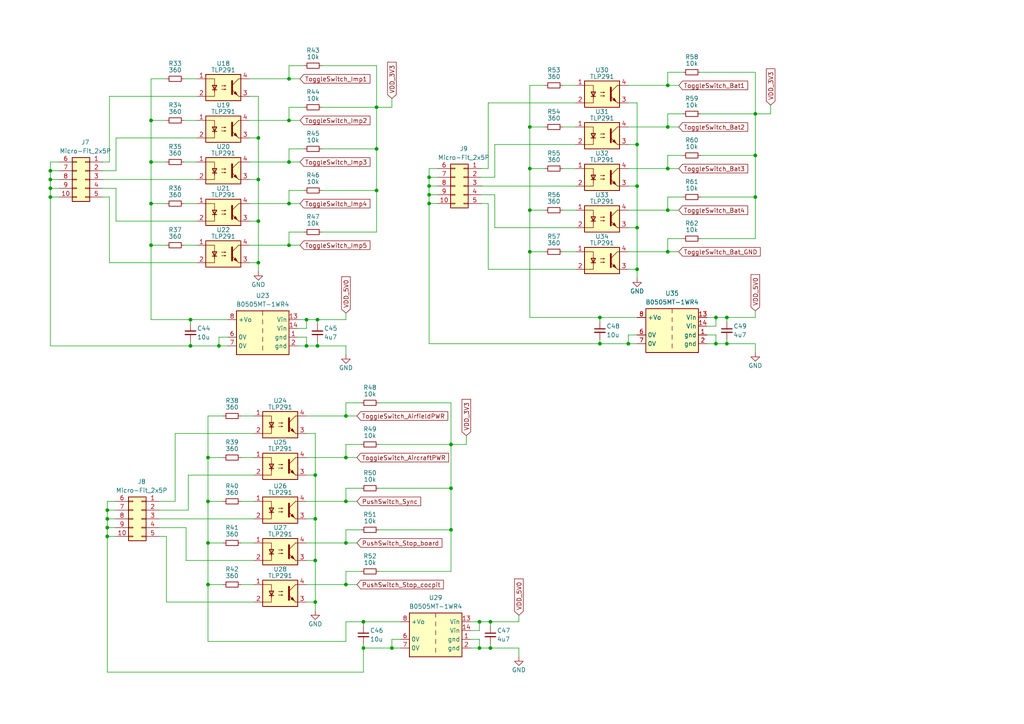
<source format=kicad_sch>
(kicad_sch (version 20231120) (generator "eeschema") (generator_version "8.0")
  (paper "A4")
  (junction (at 43.815 71.12))
  (junction (at 153.67 60.96))
  (junction (at 142.24 187.96))
  (junction (at 14.605 54.61))
  (junction (at 207.645 99.695))
  (junction (at 60.325 145.415))
  (junction (at 43.815 46.99))
  (junction (at 14.605 49.53))
  (junction (at 74.93 76.2))
  (junction (at 139.065 187.96))
  (junction (at 74.93 64.135))
  (junction (at 88.9 92.71))
  (junction (at 210.82 99.695))
  (junction (at 124.46 53.9496))
  (junction (at 31.115 147.955))
  (junction (at 43.815 59.055))
  (junction (at 182.245 99.695))
  (junction (at 193.675 60.96))
  (junction (at 100.33 169.545))
  (junction (at 193.675 48.895))
  (junction (at 63.5 100.33))
  (junction (at 142.24 180.34))
  (junction (at 184.785 66.04))
  (junction (at 91.44 162.56))
  (junction (at 91.44 150.495))
  (junction (at 124.46 56.4896))
  (junction (at 14.605 52.07))
  (junction (at 153.67 36.83))
  (junction (at 100.33 132.715))
  (junction (at 100.33 145.415))
  (junction (at 130.81 141.605))
  (junction (at 14.605 57.15))
  (junction (at 109.22 55.245))
  (junction (at 193.675 73.025))
  (junction (at 31.115 155.575))
  (junction (at 55.245 100.33))
  (junction (at 31.115 153.035))
  (junction (at 83.82 22.86))
  (junction (at 74.93 52.07))
  (junction (at 173.99 99.695))
  (junction (at 139.065 180.34))
  (junction (at 130.81 153.67))
  (junction (at 31.115 150.495))
  (junction (at 184.785 53.975))
  (junction (at 184.785 78.105))
  (junction (at 83.82 46.99))
  (junction (at 173.99 92.075))
  (junction (at 83.82 59.055))
  (junction (at 130.81 128.905))
  (junction (at 60.325 169.545))
  (junction (at 219.075 57.15))
  (junction (at 193.675 24.765))
  (junction (at 219.075 33.02))
  (junction (at 88.9 100.33))
  (junction (at 74.93 40.005))
  (junction (at 210.82 92.075))
  (junction (at 113.665 187.96))
  (junction (at 219.075 45.085))
  (junction (at 100.33 120.65))
  (junction (at 193.675 36.83))
  (junction (at 92.075 92.71))
  (junction (at 124.46 59.0296))
  (junction (at 109.22 31.115))
  (junction (at 184.785 41.91))
  (junction (at 153.67 73.025))
  (junction (at 60.325 157.48))
  (junction (at 153.67 48.895))
  (junction (at 83.82 34.925))
  (junction (at 91.44 174.625))
  (junction (at 43.815 34.925))
  (junction (at 60.325 132.715))
  (junction (at 109.22 43.18))
  (junction (at 105.41 180.34))
  (junction (at 83.82 71.12))
  (junction (at 105.41 187.96))
  (junction (at 55.245 92.71))
  (junction (at 92.075 100.33))
  (junction (at 100.33 157.48))
  (junction (at 207.645 92.075))
  (junction (at 91.44 137.795))
  (junction (at 124.46 51.4096))
  (wire (pts (xy 31.115 155.575) (xy 33.4772 155.575)))
  (wire (pts (xy 88.9 169.545) (xy 100.33 169.545)))
  (wire (pts (xy 113.665 187.96) (xy 116.205 187.96)))
  (wire (pts (xy 100.33 132.715) (xy 103.505 132.715)))
  (wire (pts (xy 109.22 31.115) (xy 109.22 43.18)))
  (wire (pts (xy 100.33 153.67) (xy 100.33 157.48)))
  (wire (pts (xy 193.675 57.15) (xy 193.675 60.96)))
  (wire (pts (xy 184.785 66.04) (xy 184.785 78.105)))
  (wire (pts (xy 143.51 56.4896) (xy 143.51 66.04)))
  (wire (pts (xy 141.605 29.845) (xy 167.005 29.845)))
  (wire (pts (xy 88.9 174.625) (xy 91.44 174.625)))
  (wire (pts (xy 31.75 27.94) (xy 57.15 27.94)))
  (wire (pts (xy 163.195 48.895) (xy 167.005 48.895)))
  (wire (pts (xy 53.975 153.035) (xy 53.975 162.56)))
  (wire (pts (xy 92.075 99.06) (xy 92.075 100.33)))
  (wire (pts (xy 74.93 64.135) (xy 74.93 76.2)))
  (wire (pts (xy 100.33 180.34) (xy 105.41 180.34)))
  (wire (pts (xy 43.815 46.99) (xy 43.815 59.055)))
  (wire (pts (xy 31.115 145.415) (xy 31.115 147.955)))
  (wire (pts (xy 173.99 92.075) (xy 184.785 92.075)))
  (wire (pts (xy 205.105 94.615) (xy 207.645 94.615)))
  (wire (pts (xy 92.075 92.71) (xy 92.075 93.98)))
  (wire (pts (xy 55.245 100.33) (xy 63.5 100.33)))
  (wire (pts (xy 223.52 30.48) (xy 223.52 33.02)))
  (wire (pts (xy 124.46 51.4096) (xy 124.46 53.9496)))
  (wire (pts (xy 207.645 92.075) (xy 210.82 92.075)))
  (wire (pts (xy 53.34 59.055) (xy 57.15 59.055)))
  (wire (pts (xy 139.5984 51.4096) (xy 143.51 51.4096)))
  (wire (pts (xy 109.855 165.735) (xy 130.81 165.735)))
  (wire (pts (xy 88.265 43.18) (xy 83.82 43.18)))
  (wire (pts (xy 14.605 100.33) (xy 55.245 100.33)))
  (wire (pts (xy 124.46 56.4896) (xy 126.8984 56.4896)))
  (wire (pts (xy 48.26 155.575) (xy 48.26 174.625)))
  (wire (pts (xy 50.8 125.73) (xy 50.8 145.415)))
  (wire (pts (xy 88.9 145.415) (xy 100.33 145.415)))
  (wire (pts (xy 91.44 150.495) (xy 91.44 162.56)))
  (wire (pts (xy 153.67 48.895) (xy 153.67 60.96)))
  (wire (pts (xy 72.39 76.2) (xy 74.93 76.2)))
  (wire (pts (xy 130.81 141.605) (xy 130.81 153.67)))
  (wire (pts (xy 74.93 52.07) (xy 74.93 64.135)))
  (wire (pts (xy 210.82 92.075) (xy 219.075 92.075)))
  (wire (pts (xy 14.605 54.61) (xy 14.605 57.15)))
  (wire (pts (xy 43.815 34.925) (xy 43.815 46.99)))
  (wire (pts (xy 153.67 48.895) (xy 158.115 48.895)))
  (wire (pts (xy 207.645 97.155) (xy 207.645 99.695)))
  (wire (pts (xy 69.85 132.715) (xy 73.66 132.715)))
  (wire (pts (xy 33.655 64.135) (xy 57.15 64.135)))
  (wire (pts (xy 31.115 150.495) (xy 31.115 153.035)))
  (wire (pts (xy 100.33 145.415) (xy 103.505 145.415)))
  (wire (pts (xy 109.855 128.905) (xy 130.81 128.905)))
  (wire (pts (xy 55.245 92.71) (xy 55.245 93.98)))
  (wire (pts (xy 63.5 97.79) (xy 63.5 100.33)))
  (wire (pts (xy 31.115 194.945) (xy 105.41 194.945)))
  (wire (pts (xy 93.345 43.18) (xy 109.22 43.18)))
  (wire (pts (xy 93.345 31.115) (xy 109.22 31.115)))
  (wire (pts (xy 53.34 71.12) (xy 57.15 71.12)))
  (wire (pts (xy 163.195 73.025) (xy 167.005 73.025)))
  (wire (pts (xy 60.325 157.48) (xy 64.77 157.48)))
  (wire (pts (xy 193.675 20.955) (xy 193.675 24.765)))
  (wire (pts (xy 184.785 97.155) (xy 182.245 97.155)))
  (wire (pts (xy 139.5984 56.4896) (xy 143.51 56.4896)))
  (wire (pts (xy 193.675 48.895) (xy 196.85 48.895)))
  (wire (pts (xy 109.22 55.245) (xy 109.22 67.31)))
  (wire (pts (xy 105.41 187.96) (xy 105.41 194.945)))
  (wire (pts (xy 72.39 46.99) (xy 83.82 46.99)))
  (wire (pts (xy 153.67 24.765) (xy 153.67 36.83)))
  (wire (pts (xy 88.265 55.245) (xy 83.82 55.245)))
  (wire (pts (xy 83.82 31.115) (xy 83.82 34.925)))
  (wire (pts (xy 43.815 71.12) (xy 43.815 92.71)))
  (wire (pts (xy 135.255 128.905) (xy 130.81 128.905)))
  (wire (pts (xy 219.075 99.695) (xy 219.075 102.235)))
  (wire (pts (xy 136.525 182.88) (xy 139.065 182.88)))
  (wire (pts (xy 109.22 19.05) (xy 109.22 31.115)))
  (wire (pts (xy 219.075 45.085) (xy 219.075 57.15)))
  (wire (pts (xy 124.46 59.0296) (xy 124.46 99.695)))
  (wire (pts (xy 153.67 60.96) (xy 153.67 73.025)))
  (wire (pts (xy 88.9 137.795) (xy 91.44 137.795)))
  (wire (pts (xy 88.9 157.48) (xy 100.33 157.48)))
  (wire (pts (xy 139.5984 53.9496) (xy 139.7762 53.9496)))
  (wire (pts (xy 207.645 94.615) (xy 207.645 92.075)))
  (wire (pts (xy 182.245 97.155) (xy 182.245 99.695)))
  (wire (pts (xy 124.46 48.8696) (xy 124.46 51.4096)))
  (wire (pts (xy 31.75 76.2) (xy 57.15 76.2)))
  (wire (pts (xy 83.82 71.12) (xy 86.995 71.12)))
  (wire (pts (xy 105.41 186.69) (xy 105.41 187.96)))
  (wire (pts (xy 193.675 33.02) (xy 193.675 36.83)))
  (wire (pts (xy 203.2 69.215) (xy 219.075 69.215)))
  (wire (pts (xy 46.1772 155.575) (xy 48.26 155.575)))
  (wire (pts (xy 203.2 33.02) (xy 219.075 33.02)))
  (wire (pts (xy 153.67 36.83) (xy 158.115 36.83)))
  (wire (pts (xy 31.115 147.955) (xy 31.115 150.495)))
  (wire (pts (xy 14.605 52.07) (xy 17.145 52.07)))
  (wire (pts (xy 139.5984 59.0296) (xy 141.605 59.0296)))
  (wire (pts (xy 72.39 40.005) (xy 74.93 40.005)))
  (wire (pts (xy 83.82 34.925) (xy 86.995 34.925)))
  (wire (pts (xy 130.81 116.84) (xy 130.81 128.905)))
  (wire (pts (xy 163.195 24.765) (xy 167.005 24.765)))
  (wire (pts (xy 173.99 98.425) (xy 173.99 99.695)))
  (wire (pts (xy 109.22 43.18) (xy 109.22 55.245)))
  (wire (pts (xy 88.9 95.25) (xy 88.9 92.71)))
  (wire (pts (xy 182.245 78.105) (xy 184.785 78.105)))
  (wire (pts (xy 193.675 69.215) (xy 193.675 73.025)))
  (wire (pts (xy 43.815 59.055) (xy 43.815 71.12)))
  (wire (pts (xy 29.845 57.15) (xy 31.75 57.15)))
  (wire (pts (xy 139.065 182.88) (xy 139.065 180.34)))
  (wire (pts (xy 142.24 180.34) (xy 142.24 181.61)))
  (wire (pts (xy 74.93 27.94) (xy 74.93 40.005)))
  (wire (pts (xy 219.075 33.02) (xy 219.075 45.085)))
  (wire (pts (xy 193.675 36.83) (xy 196.85 36.83)))
  (wire (pts (xy 29.845 49.53) (xy 33.655 49.53)))
  (wire (pts (xy 193.675 45.085) (xy 193.675 48.895)))
  (wire (pts (xy 53.975 162.56) (xy 73.66 162.56)))
  (wire (pts (xy 43.815 34.925) (xy 48.26 34.925)))
  (wire (pts (xy 184.785 53.975) (xy 184.785 66.04)))
  (wire (pts (xy 104.775 116.84) (xy 100.33 116.84)))
  (wire (pts (xy 83.82 55.245) (xy 83.82 59.055)))
  (wire (pts (xy 198.12 57.15) (xy 193.675 57.15)))
  (wire (pts (xy 207.645 99.695) (xy 210.82 99.695)))
  (wire (pts (xy 184.785 78.105) (xy 184.785 80.645)))
  (wire (pts (xy 182.245 53.975) (xy 184.785 53.975)))
  (wire (pts (xy 33.655 49.53) (xy 33.655 40.005)))
  (wire (pts (xy 88.9 120.65) (xy 100.33 120.65)))
  (wire (pts (xy 124.46 59.0296) (xy 126.8984 59.0296)))
  (wire (pts (xy 88.265 67.31) (xy 83.82 67.31)))
  (wire (pts (xy 124.46 53.9496) (xy 126.8984 53.9496)))
  (wire (pts (xy 182.245 24.765) (xy 193.675 24.765)))
  (wire (pts (xy 136.525 180.34) (xy 139.065 180.34)))
  (wire (pts (xy 219.075 90.17) (xy 219.075 92.075)))
  (wire (pts (xy 31.115 145.415) (xy 33.4772 145.415)))
  (wire (pts (xy 31.115 153.035) (xy 31.115 155.575)))
  (wire (pts (xy 92.075 100.33) (xy 100.33 100.33)))
  (wire (pts (xy 116.205 185.42) (xy 113.665 185.42)))
  (wire (pts (xy 153.67 73.025) (xy 153.67 92.075)))
  (wire (pts (xy 74.93 40.005) (xy 74.93 52.07)))
  (wire (pts (xy 153.67 24.765) (xy 158.115 24.765)))
  (wire (pts (xy 88.265 31.115) (xy 83.82 31.115)))
  (wire (pts (xy 205.105 97.155) (xy 207.645 97.155)))
  (wire (pts (xy 139.065 185.42) (xy 139.065 187.96)))
  (wire (pts (xy 29.845 54.61) (xy 33.655 54.61)))
  (wire (pts (xy 60.325 132.715) (xy 60.325 145.415)))
  (wire (pts (xy 203.2 57.15) (xy 219.075 57.15)))
  (wire (pts (xy 88.9 92.71) (xy 92.075 92.71)))
  (wire (pts (xy 72.39 34.925) (xy 83.82 34.925)))
  (wire (pts (xy 139.7762 53.9496) (xy 139.7762 53.975)))
  (wire (pts (xy 54.61 137.795) (xy 73.66 137.795)))
  (wire (pts (xy 163.195 36.83) (xy 167.005 36.83)))
  (wire (pts (xy 69.85 157.48) (xy 73.66 157.48)))
  (wire (pts (xy 43.815 22.86) (xy 48.26 22.86)))
  (wire (pts (xy 203.2 20.955) (xy 219.075 20.955)))
  (wire (pts (xy 86.36 100.33) (xy 88.9 100.33)))
  (wire (pts (xy 29.845 46.99) (xy 31.75 46.99)))
  (wire (pts (xy 150.495 178.435) (xy 150.495 180.34)))
  (wire (pts (xy 105.41 180.34) (xy 105.41 181.61)))
  (wire (pts (xy 86.36 95.25) (xy 88.9 95.25)))
  (wire (pts (xy 100.33 180.34) (xy 100.33 186.055)))
  (wire (pts (xy 113.665 28.575) (xy 113.665 31.115)))
  (wire (pts (xy 139.7762 53.975) (xy 167.005 53.975)))
  (wire (pts (xy 109.855 153.67) (xy 130.81 153.67)))
  (wire (pts (xy 104.775 153.67) (xy 100.33 153.67)))
  (wire (pts (xy 219.075 57.15) (xy 219.075 69.215)))
  (wire (pts (xy 113.665 185.42) (xy 113.665 187.96)))
  (wire (pts (xy 100.33 120.65) (xy 103.505 120.65)))
  (wire (pts (xy 100.33 128.905) (xy 100.33 132.715)))
  (wire (pts (xy 124.46 56.4896) (xy 124.46 59.0296)))
  (wire (pts (xy 86.36 97.79) (xy 88.9 97.79)))
  (wire (pts (xy 14.605 46.99) (xy 17.145 46.99)))
  (wire (pts (xy 14.605 49.53) (xy 17.145 49.53)))
  (wire (pts (xy 46.1772 150.495) (xy 73.66 150.495)))
  (wire (pts (xy 193.675 60.96) (xy 196.85 60.96)))
  (wire (pts (xy 74.93 76.2) (xy 74.93 78.74)))
  (wire (pts (xy 104.775 128.905) (xy 100.33 128.905)))
  (wire (pts (xy 223.52 33.02) (xy 219.075 33.02)))
  (wire (pts (xy 100.33 157.48) (xy 103.505 157.48)))
  (wire (pts (xy 43.815 71.12) (xy 48.26 71.12)))
  (wire (pts (xy 88.9 150.495) (xy 91.44 150.495)))
  (wire (pts (xy 83.82 67.31) (xy 83.82 71.12)))
  (wire (pts (xy 135.255 126.365) (xy 135.255 128.905)))
  (wire (pts (xy 91.44 137.795) (xy 91.44 150.495)))
  (wire (pts (xy 184.785 29.845) (xy 184.785 41.91)))
  (wire (pts (xy 50.8 125.73) (xy 73.66 125.73)))
  (wire (pts (xy 142.24 180.34) (xy 150.495 180.34)))
  (wire (pts (xy 53.34 22.86) (xy 57.15 22.86)))
  (wire (pts (xy 63.5 100.33) (xy 66.04 100.33)))
  (wire (pts (xy 182.245 60.96) (xy 193.675 60.96)))
  (wire (pts (xy 210.82 98.425) (xy 210.82 99.695)))
  (wire (pts (xy 72.39 52.07) (xy 74.93 52.07)))
  (wire (pts (xy 198.12 33.02) (xy 193.675 33.02)))
  (wire (pts (xy 60.325 186.055) (xy 100.33 186.055)))
  (wire (pts (xy 31.115 150.495) (xy 33.4772 150.495)))
  (wire (pts (xy 153.67 73.025) (xy 158.115 73.025)))
  (wire (pts (xy 43.815 22.86) (xy 43.815 34.925)))
  (wire (pts (xy 72.39 22.86) (xy 83.82 22.86)))
  (wire (pts (xy 69.85 120.65) (xy 73.66 120.65)))
  (wire (pts (xy 182.245 48.895) (xy 193.675 48.895)))
  (wire (pts (xy 184.785 41.91) (xy 184.785 53.975)))
  (wire (pts (xy 14.605 46.99) (xy 14.605 49.53)))
  (wire (pts (xy 60.325 132.715) (xy 64.77 132.715)))
  (wire (pts (xy 31.75 57.15) (xy 31.75 76.2)))
  (wire (pts (xy 54.61 147.955) (xy 54.61 137.795)))
  (wire (pts (xy 53.34 34.925) (xy 57.15 34.925)))
  (wire (pts (xy 193.675 73.025) (xy 196.85 73.025)))
  (wire (pts (xy 182.245 99.695) (xy 184.785 99.695)))
  (wire (pts (xy 124.46 53.9496) (xy 124.46 56.4896)))
  (wire (pts (xy 48.26 174.625) (xy 73.66 174.625)))
  (wire (pts (xy 69.85 169.545) (xy 73.66 169.545)))
  (wire (pts (xy 136.525 185.42) (xy 139.065 185.42)))
  (wire (pts (xy 139.065 180.34) (xy 142.24 180.34)))
  (wire (pts (xy 109.855 141.605) (xy 130.81 141.605)))
  (wire (pts (xy 109.855 116.84) (xy 130.81 116.84)))
  (wire (pts (xy 130.81 128.905) (xy 130.81 141.605)))
  (wire (pts (xy 203.2 45.085) (xy 219.075 45.085)))
  (wire (pts (xy 88.9 125.73) (xy 91.44 125.73)))
  (wire (pts (xy 100.33 100.33) (xy 100.33 102.87)))
  (wire (pts (xy 33.655 40.005) (xy 57.15 40.005)))
  (wire (pts (xy 88.265 19.05) (xy 83.82 19.05)))
  (wire (pts (xy 130.81 153.67) (xy 130.81 165.735)))
  (wire (pts (xy 100.33 169.545) (xy 103.505 169.545)))
  (wire (pts (xy 124.46 48.8696) (xy 126.8984 48.8696)))
  (wire (pts (xy 14.605 57.15) (xy 17.145 57.15)))
  (wire (pts (xy 43.815 46.99) (xy 48.26 46.99)))
  (wire (pts (xy 100.33 90.805) (xy 100.33 92.71)))
  (wire (pts (xy 105.41 180.34) (xy 116.205 180.34)))
  (wire (pts (xy 83.82 59.055) (xy 86.995 59.055)))
  (wire (pts (xy 182.245 29.845) (xy 184.785 29.845)))
  (wire (pts (xy 60.325 169.545) (xy 60.325 186.055)))
  (wire (pts (xy 173.99 99.695) (xy 182.245 99.695)))
  (wire (pts (xy 31.115 153.035) (xy 33.4772 153.035)))
  (wire (pts (xy 46.1772 145.415) (xy 50.8 145.415)))
  (wire (pts (xy 14.605 57.15) (xy 14.605 100.33)))
  (wire (pts (xy 143.51 66.04) (xy 167.005 66.04)))
  (wire (pts (xy 88.9 132.715) (xy 100.33 132.715)))
  (wire (pts (xy 46.1772 153.035) (xy 53.975 153.035)))
  (wire (pts (xy 182.245 66.04) (xy 184.785 66.04)))
  (wire (pts (xy 91.44 125.73) (xy 91.44 137.795)))
  (wire (pts (xy 31.115 155.575) (xy 31.115 194.945)))
  (wire (pts (xy 72.39 64.135) (xy 74.93 64.135)))
  (wire (pts (xy 31.115 147.955) (xy 33.4772 147.955)))
  (wire (pts (xy 60.325 145.415) (xy 60.325 157.48)))
  (wire (pts (xy 143.51 51.4096) (xy 143.51 41.91)))
  (wire (pts (xy 182.245 41.91) (xy 184.785 41.91)))
  (wire (pts (xy 60.325 157.48) (xy 60.325 169.545)))
  (wire (pts (xy 193.675 24.765) (xy 196.85 24.765)))
  (wire (pts (xy 136.525 187.96) (xy 139.065 187.96)))
  (wire (pts (xy 60.325 120.65) (xy 60.325 132.715)))
  (wire (pts (xy 205.105 92.075) (xy 207.645 92.075)))
  (wire (pts (xy 142.24 187.96) (xy 150.495 187.96)))
  (wire (pts (xy 31.75 46.99) (xy 31.75 27.94)))
  (wire (pts (xy 113.665 31.115) (xy 109.22 31.115)))
  (wire (pts (xy 210.82 99.695) (xy 219.075 99.695)))
  (wire (pts (xy 100.33 141.605) (xy 100.33 145.415)))
  (wire (pts (xy 198.12 45.085) (xy 193.675 45.085)))
  (wire (pts (xy 93.345 67.31) (xy 109.22 67.31)))
  (wire (pts (xy 60.325 169.545) (xy 64.77 169.545)))
  (wire (pts (xy 14.605 54.61) (xy 17.145 54.61)))
  (wire (pts (xy 60.325 120.65) (xy 64.77 120.65)))
  (wire (pts (xy 182.245 73.025) (xy 193.675 73.025)))
  (wire (pts (xy 46.1772 147.955) (xy 54.61 147.955)))
  (wire (pts (xy 153.67 36.83) (xy 153.67 48.895)))
  (wire (pts (xy 72.39 59.055) (xy 83.82 59.055)))
  (wire (pts (xy 210.82 92.075) (xy 210.82 93.345)))
  (wire (pts (xy 104.775 165.735) (xy 100.33 165.735)))
  (wire (pts (xy 91.44 162.56) (xy 91.44 174.625)))
  (wire (pts (xy 14.605 52.07) (xy 14.605 54.61)))
  (wire (pts (xy 88.9 162.56) (xy 91.44 162.56)))
  (wire (pts (xy 100.33 116.84) (xy 100.33 120.65)))
  (wire (pts (xy 104.775 141.605) (xy 100.33 141.605)))
  (wire (pts (xy 143.51 41.91) (xy 167.005 41.91)))
  (wire (pts (xy 72.39 71.12) (xy 83.82 71.12)))
  (wire (pts (xy 100.33 165.735) (xy 100.33 169.545)))
  (wire (pts (xy 182.245 36.83) (xy 193.675 36.83)))
  (wire (pts (xy 83.82 22.86) (xy 86.995 22.86)))
  (wire (pts (xy 55.245 92.71) (xy 66.04 92.71)))
  (wire (pts (xy 72.39 27.94) (xy 74.93 27.94)))
  (wire (pts (xy 83.82 43.18) (xy 83.82 46.99)))
  (wire (pts (xy 139.065 187.96) (xy 142.24 187.96)))
  (wire (pts (xy 29.845 52.07) (xy 57.15 52.07)))
  (wire (pts (xy 55.245 99.06) (xy 55.245 100.33)))
  (wire (pts (xy 198.12 69.215) (xy 193.675 69.215)))
  (wire (pts (xy 141.605 48.8696) (xy 141.605 29.845)))
  (wire (pts (xy 124.46 51.4096) (xy 126.8984 51.4096)))
  (wire (pts (xy 141.605 78.105) (xy 167.005 78.105)))
  (wire (pts (xy 55.245 92.71) (xy 43.815 92.71)))
  (wire (pts (xy 86.36 92.71) (xy 88.9 92.71)))
  (wire (pts (xy 33.655 54.61) (xy 33.655 64.135)))
  (wire (pts (xy 139.5984 48.8696) (xy 141.605 48.8696)))
  (wire (pts (xy 88.9 100.33) (xy 92.075 100.33)))
  (wire (pts (xy 92.075 92.71) (xy 100.33 92.71)))
  (wire (pts (xy 83.82 46.99) (xy 86.995 46.99)))
  (wire (pts (xy 173.99 92.075) (xy 173.99 93.345)))
  (wire (pts (xy 173.99 92.075) (xy 153.67 92.075)))
  (wire (pts (xy 205.105 99.695) (xy 207.645 99.695)))
  (wire (pts (xy 14.605 49.53) (xy 14.605 52.07)))
  (wire (pts (xy 93.345 19.05) (xy 109.22 19.05)))
  (wire (pts (xy 219.075 20.955) (xy 219.075 33.02)))
  (wire (pts (xy 142.24 186.69) (xy 142.24 187.96)))
  (wire (pts (xy 43.815 59.055) (xy 48.26 59.055)))
  (wire (pts (xy 91.44 174.625) (xy 91.44 177.165)))
  (wire (pts (xy 88.9 97.79) (xy 88.9 100.33)))
  (wire (pts (xy 69.85 145.415) (xy 73.66 145.415)))
  (wire (pts (xy 66.04 97.79) (xy 63.5 97.79)))
  (wire (pts (xy 198.12 20.955) (xy 193.675 20.955)))
  (wire (pts (xy 163.195 60.96) (xy 167.005 60.96)))
  (wire (pts (xy 60.325 145.415) (xy 64.77 145.415)))
  (wire (pts (xy 83.82 19.05) (xy 83.82 22.86)))
  (wire (pts (xy 53.34 46.99) (xy 57.15 46.99)))
  (wire (pts (xy 153.67 60.96) (xy 158.115 60.96)))
  (wire (pts (xy 150.495 187.96) (xy 150.495 190.5)))
  (wire (pts (xy 93.345 55.245) (xy 109.22 55.245)))
  (wire (pts (xy 124.46 99.695) (xy 173.99 99.695)))
  (wire (pts (xy 105.41 187.96) (xy 113.665 187.96)))
  (wire (pts (xy 141.605 59.0296) (xy 141.605 78.105)))
  (global_label "PushSwitch_Stop_board" (shape input) (at 103.505 157.48 0) (property "Intersheetrefs" "${INTERSHEET_REFS}" (effects (hide yes))))
  (global_label "ToggleSwitch_Bat2" (shape input) (at 196.85 36.83 0) (property "Intersheetrefs" "${INTERSHEET_REFS}" (effects (hide yes))))
  (global_label "VDD_5V0" (shape input) (at 150.495 178.435 90) (property "Intersheetrefs" "${INTERSHEET_REFS}" (effects (hide yes))))
  (global_label "ToggleSwitch_Imp4" (shape input) (at 86.995 59.055 0) (property "Intersheetrefs" "${INTERSHEET_REFS}" (effects (hide yes))))
  (global_label "ToggleSwitch_AirfieldPWR" (shape input) (at 103.505 120.65 0) (property "Intersheetrefs" "${INTERSHEET_REFS}" (effects (hide yes))))
  (global_label "ToggleSwitch_Imp2" (shape input) (at 86.995 34.925 0) (property "Intersheetrefs" "${INTERSHEET_REFS}" (effects (hide yes))))
  (global_label "ToggleSwitch_AircraftPWR" (shape input) (at 103.505 132.715 0) (property "Intersheetrefs" "${INTERSHEET_REFS}" (effects (hide yes))))
  (global_label "VDD_5V0" (shape input) (at 219.075 90.17 90) (property "Intersheetrefs" "${INTERSHEET_REFS}" (effects (hide yes))))
  (global_label "VDD_3V3" (shape input) (at 113.665 28.575 90) (property "Intersheetrefs" "${INTERSHEET_REFS}" (effects (hide yes))))
  (global_label "ToggleSwitch_Bat_GND" (shape input) (at 196.85 73.025 0) (property "Intersheetrefs" "${INTERSHEET_REFS}" (effects (hide yes))))
  (global_label "ToggleSwitch_Bat3" (shape input) (at 196.85 48.895 0) (property "Intersheetrefs" "${INTERSHEET_REFS}" (effects (hide yes))))
  (global_label "VDD_3V3" (shape input) (at 223.52 30.48 90) (property "Intersheetrefs" "${INTERSHEET_REFS}" (effects (hide yes))))
  (global_label "VDD_5V0" (shape input) (at 100.33 90.805 90) (property "Intersheetrefs" "${INTERSHEET_REFS}" (effects (hide yes))))
  (global_label "ToggleSwitch_Imp5" (shape input) (at 86.995 71.12 0) (property "Intersheetrefs" "${INTERSHEET_REFS}" (effects (hide yes))))
  (global_label "ToggleSwitch_Bat1" (shape input) (at 196.85 24.765 0) (property "Intersheetrefs" "${INTERSHEET_REFS}" (effects (hide yes))))
  (global_label "VDD_3V3" (shape input) (at 135.255 126.365 90) (property "Intersheetrefs" "${INTERSHEET_REFS}" (effects (hide yes))))
  (global_label "ToggleSwitch_Imp3" (shape input) (at 86.995 46.99 0) (property "Intersheetrefs" "${INTERSHEET_REFS}" (effects (hide yes))))
  (global_label "ToggleSwitch_Imp1" (shape input) (at 86.995 22.86 0) (property "Intersheetrefs" "${INTERSHEET_REFS}" (effects (hide yes))))
  (global_label "PushSwitch_Stop_cocpit" (shape input) (at 103.505 169.545 0) (property "Intersheetrefs" "${INTERSHEET_REFS}" (effects (hide yes))))
  (global_label "ToggleSwitch_Bat4" (shape input) (at 196.85 60.96 0) (property "Intersheetrefs" "${INTERSHEET_REFS}" (effects (hide yes))))
  (global_label "PushSwitch_Sync" (shape input) (at 103.505 145.415 0) (property "Intersheetrefs" "${INTERSHEET_REFS}" (effects (hide yes))))
  (symbol (lib_id "Isolator:TLP291") (at 81.28 123.19 0) (unit 1)
    (property "Reference" "U24" (at 81.28 116.205 0))
    (property "Value" "TLP291" (at 81.28 118.11 0))
    (property "Footprint" "Package_SO:SOIC-4_4.55x2.6mm_P1.27mm" (effects (hide yes)))
    (property "Datasheet" "https://toshiba.semicon-storage.com/info/docget.jsp?did=12884&prodName=TLP291" (effects (hide yes)))
    (property "Ссылка" "https://www.chipdip.ru/product/tlp291-gb-tp-se-t" (effects (hide yes)))
    (property "Цена" "62" (effects (hide yes)))
    (property "Человекопонятное название" "Оптопара с транзисторным выходом" (effects (hide yes)))
  )
  (symbol (lib_id "Isolator:TLP291") (at 64.77 61.595 0) (unit 1)
    (property "Reference" "U21" (at 64.77 54.61 0))
    (property "Value" "TLP291" (at 64.77 56.515 0))
    (property "Footprint" "Package_SO:SOIC-4_4.55x2.6mm_P1.27mm" (effects (hide yes)))
    (property "Datasheet" "https://toshiba.semicon-storage.com/info/docget.jsp?did=12884&prodName=TLP291" (effects (hide yes)))
    (property "Ссылка" "https://www.chipdip.ru/product/tlp291-gb-tp-se-t" (effects (hide yes)))
    (property "Цена" "62" (effects (hide yes)))
    (property "Человекопонятное название" "Оптопара с транзисторным выходом" (effects (hide yes)))
  )
  (symbol (lib_id "power:GND") (at 184.785 80.645 0) (unit 1)
    (property "Reference" "#PWR032" (effects (hide yes)))
    (property "Value" "GND" (at 184.785 84.455 0))
  )
  (symbol (lib_id "Device:R_Small") (at 107.315 116.84 90) (unit 1)
    (property "Reference" "R48" (at 107.315 112.395 90))
    (property "Value" "10k" (at 107.315 114.3 90))
    (property "Footprint" "Resistor_SMD:R_0805_2012Metric" (effects (hide yes)))
    (property "Ссылка" "https://www.chipdip.ru/product/0.125w-0805-10-kom-5" (effects (hide yes)))
    (property "Цена" "5" (effects (hide yes)))
    (property "Человекопонятное название" "Резистор 10k Ом" (effects (hide yes)))
  )
  (symbol (lib_id "Device:R_Small") (at 107.315 153.67 90) (unit 1)
    (property "Reference" "R51" (at 107.315 149.225 90))
    (property "Value" "10k" (at 107.315 151.13 90))
    (property "Footprint" "Resistor_SMD:R_0805_2012Metric" (effects (hide yes)))
    (property "Ссылка" "https://www.chipdip.ru/product/0.125w-0805-10-kom-5" (effects (hide yes)))
    (property "Цена" "5" (effects (hide yes)))
    (property "Человекопонятное название" "Резистор 10k Ом" (effects (hide yes)))
  )
  (symbol (lib_id "Device:R_Small") (at 50.8 34.925 90) (unit 1)
    (property "Reference" "R34" (at 50.8 30.48 90))
    (property "Value" "360" (at 50.8 32.385 90))
    (property "Footprint" "Resistor_SMD:R_0603_1608Metric" (effects (hide yes)))
    (property "Ссылка" "https://www.chipdip.ru/product/0.1w-0603-360-om-1" (effects (hide yes)))
    (property "Цена" "5" (effects (hide yes)))
    (property "Человекопонятное название" "Резистор 360 Ом" (effects (hide yes)))
  )
  (symbol (lib_id "Isolator:TLP291") (at 81.28 172.085 0) (unit 1)
    (property "Reference" "U28" (at 81.28 165.1 0))
    (property "Value" "TLP291" (at 81.28 167.005 0))
    (property "Footprint" "Package_SO:SOIC-4_4.55x2.6mm_P1.27mm" (effects (hide yes)))
    (property "Datasheet" "https://toshiba.semicon-storage.com/info/docget.jsp?did=12884&prodName=TLP291" (effects (hide yes)))
    (property "Ссылка" "https://www.chipdip.ru/product/tlp291-gb-tp-se-t" (effects (hide yes)))
    (property "Цена" "62" (effects (hide yes)))
    (property "Человекопонятное название" "Оптопара с транзисторным выходом" (effects (hide yes)))
  )
  (symbol (lib_id "Device:R_Small") (at 160.655 73.025 90) (unit 1)
    (property "Reference" "R57" (at 160.655 68.58 90))
    (property "Value" "360" (at 160.655 70.485 90))
    (property "Footprint" "Resistor_SMD:R_0603_1608Metric" (effects (hide yes)))
    (property "Ссылка" "https://www.chipdip.ru/product/0.1w-0603-360-om-1" (effects (hide yes)))
    (property "Цена" "5" (effects (hide yes)))
    (property "Человекопонятное название" "Резистор 360 Ом" (effects (hide yes)))
  )
  (symbol (lib_id "Device:R_Small") (at 67.31 145.415 90) (unit 1)
    (property "Reference" "R40" (at 67.31 140.97 90))
    (property "Value" "360" (at 67.31 142.875 90))
    (property "Footprint" "Resistor_SMD:R_0603_1608Metric" (effects (hide yes)))
    (property "Ссылка" "https://www.chipdip.ru/product/0.1w-0603-360-om-1" (effects (hide yes)))
    (property "Цена" "5" (effects (hide yes)))
    (property "Человекопонятное название" "Резистор 360 Ом" (effects (hide yes)))
  )
  (symbol (lib_id "Isolator:TLP291") (at 81.28 160.02 0) (unit 1)
    (property "Reference" "U27" (at 81.28 153.035 0))
    (property "Value" "TLP291" (at 81.28 154.94 0))
    (property "Footprint" "Package_SO:SOIC-4_4.55x2.6mm_P1.27mm" (effects (hide yes)))
    (property "Datasheet" "https://toshiba.semicon-storage.com/info/docget.jsp?did=12884&prodName=TLP291" (effects (hide yes)))
    (property "Ссылка" "https://www.chipdip.ru/product/tlp291-gb-tp-se-t" (effects (hide yes)))
    (property "Цена" "62" (effects (hide yes)))
    (property "Человекопонятное название" "Оптопара с транзисторным выходом" (effects (hide yes)))
  )
  (symbol (lib_id "Device:R_Small") (at 200.66 33.02 90) (unit 1)
    (property "Reference" "R59" (at 200.66 28.575 90))
    (property "Value" "10k" (at 200.66 30.48 90))
    (property "Footprint" "Resistor_SMD:R_0805_2012Metric" (effects (hide yes)))
    (property "Ссылка" "https://www.chipdip.ru/product/0.125w-0805-10-kom-5" (effects (hide yes)))
    (property "Цена" "5" (effects (hide yes)))
    (property "Человекопонятное название" "Резистор 10k Ом" (effects (hide yes)))
  )
  (symbol (lib_name "Conn_02x05_Odd_Even_2") (lib_id "Connector_Generic:Conn_02x05_Odd_Even") (at 24.765 52.07 0) (mirror y) (unit 1)
    (property "Reference" "J7" (at 24.765 41.275 0))
    (property "Value" "Micro-Fit_2x5P" (at 24.765 43.815 0))
    (property "Footprint" "Connector_Molex:Molex_Micro-Fit_3.0_43045-1000_2x05_P3.00mm_Horizontal" (effects (hide yes)))
    (property "Ссылка" "https://www.chipdip.ru/product/sct3001wr-2x05p" (effects (hide yes)))
    (property "Цена" "34" (effects (hide yes)))
    (property "Человекопонятное название" "Разъем Micro-Fit 2x5 М" (effects (hide yes)))
  )
  (symbol (lib_id "Device:R_Small") (at 160.655 24.765 90) (unit 1)
    (property "Reference" "R53" (at 160.655 20.32 90))
    (property "Value" "360" (at 160.655 22.225 90))
    (property "Footprint" "Resistor_SMD:R_0603_1608Metric" (effects (hide yes)))
    (property "Ссылка" "https://www.chipdip.ru/product/0.1w-0603-360-om-1" (effects (hide yes)))
    (property "Цена" "5" (effects (hide yes)))
    (property "Человекопонятное название" "Резистор 360 Ом" (effects (hide yes)))
  )
  (symbol (lib_id "Isolator:TLP291") (at 64.77 49.53 0) (unit 1)
    (property "Reference" "U20" (at 64.77 42.545 0))
    (property "Value" "TLP291" (at 64.77 44.45 0))
    (property "Footprint" "Package_SO:SOIC-4_4.55x2.6mm_P1.27mm" (effects (hide yes)))
    (property "Datasheet" "https://toshiba.semicon-storage.com/info/docget.jsp?did=12884&prodName=TLP291" (effects (hide yes)))
    (property "Ссылка" "https://www.chipdip.ru/product/tlp291-gb-tp-se-t" (effects (hide yes)))
    (property "Цена" "62" (effects (hide yes)))
    (property "Человекопонятное название" "Оптопара с транзисторным выходом" (effects (hide yes)))
  )
  (symbol (lib_id "Connector_Generic:Conn_02x05_Odd_Even") (at 134.5184 53.9496 0) (mirror y) (unit 1)
    (property "Reference" "J9" (at 134.5184 43.1546 0))
    (property "Value" "Micro-Fit_2x5P" (at 134.5184 45.6946 0))
    (property "Footprint" "Connector_Molex:Molex_Micro-Fit_3.0_43045-1000_2x05_P3.00mm_Horizontal" (effects (hide yes)))
    (property "Ссылка" "https://www.chipdip.ru/product/sct3001wr-2x05p" (effects (hide yes)))
    (property "Цена" "34" (effects (hide yes)))
    (property "Человекопонятное название" "Разъем Micro-Fit 2x5 М" (effects (hide yes)))
  )
  (symbol (lib_id "Isolator:TLP291") (at 64.77 25.4 0) (unit 1)
    (property "Reference" "U18" (at 64.77 18.415 0))
    (property "Value" "TLP291" (at 64.77 20.32 0))
    (property "Footprint" "Package_SO:SOIC-4_4.55x2.6mm_P1.27mm" (effects (hide yes)))
    (property "Datasheet" "https://toshiba.semicon-storage.com/info/docget.jsp?did=12884&prodName=TLP291" (effects (hide yes)))
    (property "Ссылка" "https://www.chipdip.ru/product/tlp291-gb-tp-se-t" (effects (hide yes)))
    (property "Цена" "62" (effects (hide yes)))
    (property "Человекопонятное название" "Оптопара с транзисторным выходом" (effects (hide yes)))
  )
  (symbol (lib_name "Conn_02x05_Odd_Even_1") (lib_id "Connector_Generic:Conn_02x05_Odd_Even") (at 41.0972 150.495 0) (mirror y) (unit 1)
    (property "Reference" "J8" (at 41.0972 139.7 0))
    (property "Value" "Micro-Fit_2x5P" (at 41.0972 142.24 0))
    (property "Footprint" "Connector_Molex:Molex_Micro-Fit_3.0_43045-1000_2x05_P3.00mm_Horizontal" (effects (hide yes)))
    (property "Ссылка" "https://www.chipdip.ru/product/sct3001wr-2x05p" (effects (hide yes)))
    (property "Цена" "34" (effects (hide yes)))
    (property "Человекопонятное название" "Разъем Micro-Fit 2x5 М" (effects (hide yes)))
  )
  (symbol (lib_id "Device:C_Small") (at 142.24 184.15 0) (unit 1)
    (property "Reference" "C47" (at 144.145 182.88 0) (effects (justify left)))
    (property "Value" "4u7" (at 144.145 185.42 0) (effects (justify left)))
    (property "Footprint" "Capacitor_SMD:C_0805_2012Metric" (effects (hide yes)))
    (property "Ссылка" "https://www.chipdip.ru/product/grm21br61e475ka12l" (effects (hide yes)))
    (property "Цена" "13" (effects (hide yes)))
    (property "Человекопонятное название" "Конденсатор 4.7мкФ" (effects (hide yes)))
  )
  (symbol (lib_id "Device:R_Small") (at 200.66 69.215 90) (unit 1)
    (property "Reference" "R62" (at 200.66 64.77 90))
    (property "Value" "10k" (at 200.66 66.675 90))
    (property "Footprint" "Resistor_SMD:R_0805_2012Metric" (effects (hide yes)))
    (property "Ссылка" "https://www.chipdip.ru/product/0.125w-0805-10-kom-5" (effects (hide yes)))
    (property "Цена" "5" (effects (hide yes)))
    (property "Человекопонятное название" "Резистор 10k Ом" (effects (hide yes)))
  )
  (symbol (lib_id "Device:R_Small") (at 90.805 67.31 90) (unit 1)
    (property "Reference" "R47" (at 90.805 62.865 90))
    (property "Value" "10k" (at 90.805 64.77 90))
    (property "Footprint" "Resistor_SMD:R_0805_2012Metric" (effects (hide yes)))
    (property "Ссылка" "https://www.chipdip.ru/product/0.125w-0805-10-kom-5" (effects (hide yes)))
    (property "Цена" "5" (effects (hide yes)))
    (property "Человекопонятное название" "Резистор 10k Ом" (effects (hide yes)))
  )
  (symbol (lib_id "power:GND") (at 150.495 190.5 0) (unit 1)
    (property "Reference" "#PWR031" (effects (hide yes)))
    (property "Value" "GND" (at 150.495 194.31 0))
  )
  (symbol (lib_id "Device:R_Small") (at 67.31 132.715 90) (unit 1)
    (property "Reference" "R39" (at 67.31 128.27 90))
    (property "Value" "360" (at 67.31 130.175 90))
    (property "Footprint" "Resistor_SMD:R_0603_1608Metric" (effects (hide yes)))
    (property "Ссылка" "https://www.chipdip.ru/product/0.1w-0603-360-om-1" (effects (hide yes)))
    (property "Цена" "5" (effects (hide yes)))
    (property "Человекопонятное название" "Резистор 360 Ом" (effects (hide yes)))
  )
  (symbol (lib_id "Device:R_Small") (at 160.655 60.96 90) (unit 1)
    (property "Reference" "R56" (at 160.655 56.515 90))
    (property "Value" "360" (at 160.655 58.42 90))
    (property "Footprint" "Resistor_SMD:R_0603_1608Metric" (effects (hide yes)))
    (property "Ссылка" "https://www.chipdip.ru/product/0.1w-0603-360-om-1" (effects (hide yes)))
    (property "Цена" "5" (effects (hide yes)))
    (property "Человекопонятное название" "Резистор 360 Ом" (effects (hide yes)))
  )
  (symbol (lib_id "Isolator:TLP291") (at 174.625 39.37 0) (unit 1)
    (property "Reference" "U31" (at 174.625 32.385 0))
    (property "Value" "TLP291" (at 174.625 34.29 0))
    (property "Footprint" "Package_SO:SOIC-4_4.55x2.6mm_P1.27mm" (effects (hide yes)))
    (property "Datasheet" "https://toshiba.semicon-storage.com/info/docget.jsp?did=12884&prodName=TLP291" (effects (hide yes)))
    (property "Ссылка" "https://www.chipdip.ru/product/tlp291-gb-tp-se-t" (effects (hide yes)))
    (property "Цена" "62" (effects (hide yes)))
    (property "Человекопонятное название" "Оптопара с транзисторным выходом" (effects (hide yes)))
  )
  (symbol (lib_name "ISO1050DUB_1") (lib_id "Interface_CAN_LIN:ISO1050DUB") (at 194.945 94.615 0) (mirror y) (unit 1)
    (property "Reference" "U35" (at 194.945 85.09 0))
    (property "Value" "B0505MT-1WR4" (at 194.945 87.63 0))
    (property "Footprint" "user_lib:B0505MT-1WR4" (effects (hide yes)))
    (property "Ссылка" "https://www.chipdip.ru/product0/8003333290" (effects (hide yes)))
    (property "Цена" "120" (effects (hide yes)))
    (property "Человекопонятное название" "DC/DC преобразователь" (effects (hide yes)))
  )
  (symbol (lib_id "Device:R_Small") (at 90.805 31.115 90) (unit 1)
    (property "Reference" "R44" (at 90.805 26.67 90))
    (property "Value" "10k" (at 90.805 28.575 90))
    (property "Footprint" "Resistor_SMD:R_0805_2012Metric" (effects (hide yes)))
    (property "Ссылка" "https://www.chipdip.ru/product/0.125w-0805-10-kom-5" (effects (hide yes)))
    (property "Цена" "5" (effects (hide yes)))
    (property "Человекопонятное название" "Резистор 10k Ом" (effects (hide yes)))
  )
  (symbol (lib_id "Isolator:TLP291") (at 174.625 75.565 0) (unit 1)
    (property "Reference" "U34" (at 174.625 68.58 0))
    (property "Value" "TLP291" (at 174.625 70.485 0))
    (property "Footprint" "Package_SO:SOIC-4_4.55x2.6mm_P1.27mm" (effects (hide yes)))
    (property "Datasheet" "https://toshiba.semicon-storage.com/info/docget.jsp?did=12884&prodName=TLP291" (effects (hide yes)))
    (property "Ссылка" "https://www.chipdip.ru/product/tlp291-gb-tp-se-t" (effects (hide yes)))
    (property "Цена" "62" (effects (hide yes)))
    (property "Человекопонятное название" "Оптопара с транзисторным выходом" (effects (hide yes)))
  )
  (symbol (lib_id "Device:R_Small") (at 50.8 46.99 90) (unit 1)
    (property "Reference" "R35" (at 50.8 42.545 90))
    (property "Value" "360" (at 50.8 44.45 90))
    (property "Footprint" "Resistor_SMD:R_0603_1608Metric" (effects (hide yes)))
    (property "Ссылка" "https://www.chipdip.ru/product/0.1w-0603-360-om-1" (effects (hide yes)))
    (property "Цена" "5" (effects (hide yes)))
    (property "Человекопонятное название" "Резистор 360 Ом" (effects (hide yes)))
  )
  (symbol (lib_id "Device:R_Small") (at 107.315 141.605 90) (unit 1)
    (property "Reference" "R50" (at 107.315 137.16 90))
    (property "Value" "10k" (at 107.315 139.065 90))
    (property "Footprint" "Resistor_SMD:R_0805_2012Metric" (effects (hide yes)))
    (property "Ссылка" "https://www.chipdip.ru/product/0.125w-0805-10-kom-5" (effects (hide yes)))
    (property "Цена" "5" (effects (hide yes)))
    (property "Человекопонятное название" "Резистор 10k Ом" (effects (hide yes)))
  )
  (symbol (lib_id "power:GND") (at 219.075 102.235 0) (unit 1)
    (property "Reference" "#PWR033" (effects (hide yes)))
    (property "Value" "GND" (at 219.075 106.045 0))
  )
  (symbol (lib_id "power:GND") (at 91.44 177.165 0) (unit 1)
    (property "Reference" "#PWR029" (effects (hide yes)))
    (property "Value" "GND" (at 91.44 180.975 0))
  )
  (symbol (lib_id "Device:R_Small") (at 67.31 120.65 90) (unit 1)
    (property "Reference" "R38" (at 67.31 116.205 90))
    (property "Value" "360" (at 67.31 118.11 90))
    (property "Footprint" "Resistor_SMD:R_0603_1608Metric" (effects (hide yes)))
    (property "Ссылка" "https://www.chipdip.ru/product/0.1w-0603-360-om-1" (effects (hide yes)))
    (property "Цена" "5" (effects (hide yes)))
    (property "Человекопонятное название" "Резистор 360 Ом" (effects (hide yes)))
  )
  (symbol (lib_id "Isolator:TLP291") (at 64.77 73.66 0) (unit 1)
    (property "Reference" "U22" (at 64.77 66.675 0))
    (property "Value" "TLP291" (at 64.77 68.58 0))
    (property "Footprint" "Package_SO:SOIC-4_4.55x2.6mm_P1.27mm" (effects (hide yes)))
    (property "Datasheet" "https://toshiba.semicon-storage.com/info/docget.jsp?did=12884&prodName=TLP291" (effects (hide yes)))
    (property "Ссылка" "https://www.chipdip.ru/product/tlp291-gb-tp-se-t" (effects (hide yes)))
    (property "Цена" "62" (effects (hide yes)))
    (property "Человекопонятное название" "Оптопара с транзисторным выходом" (effects (hide yes)))
  )
  (symbol (lib_id "Device:R_Small") (at 160.655 48.895 90) (unit 1)
    (property "Reference" "R55" (at 160.655 44.45 90))
    (property "Value" "360" (at 160.655 46.355 90))
    (property "Footprint" "Resistor_SMD:R_0603_1608Metric" (effects (hide yes)))
    (property "Ссылка" "https://www.chipdip.ru/product/0.1w-0603-360-om-1" (effects (hide yes)))
    (property "Цена" "5" (effects (hide yes)))
    (property "Человекопонятное название" "Резистор 360 Ом" (effects (hide yes)))
  )
  (symbol (lib_id "Isolator:TLP291") (at 174.625 27.305 0) (unit 1)
    (property "Reference" "U30" (at 174.625 20.32 0))
    (property "Value" "TLP291" (at 174.625 22.225 0))
    (property "Footprint" "Package_SO:SOIC-4_4.55x2.6mm_P1.27mm" (effects (hide yes)))
    (property "Datasheet" "https://toshiba.semicon-storage.com/info/docget.jsp?did=12884&prodName=TLP291" (effects (hide yes)))
    (property "Ссылка" "https://www.chipdip.ru/product/tlp291-gb-tp-se-t" (effects (hide yes)))
    (property "Цена" "62" (effects (hide yes)))
    (property "Человекопонятное название" "Оптопара с транзисторным выходом" (effects (hide yes)))
  )
  (symbol (lib_id "Device:R_Small") (at 90.805 19.05 90) (unit 1)
    (property "Reference" "R43" (at 90.805 14.605 90))
    (property "Value" "10k" (at 90.805 16.51 90))
    (property "Footprint" "Resistor_SMD:R_0805_2012Metric" (effects (hide yes)))
    (property "Ссылка" "https://www.chipdip.ru/product/0.125w-0805-10-kom-5" (effects (hide yes)))
    (property "Цена" "5" (effects (hide yes)))
    (property "Человекопонятное название" "Резистор 10k Ом" (effects (hide yes)))
  )
  (symbol (lib_id "Isolator:TLP291") (at 174.625 51.435 0) (unit 1)
    (property "Reference" "U32" (at 174.625 44.45 0))
    (property "Value" "TLP291" (at 174.625 46.355 0))
    (property "Footprint" "Package_SO:SOIC-4_4.55x2.6mm_P1.27mm" (effects (hide yes)))
    (property "Datasheet" "https://toshiba.semicon-storage.com/info/docget.jsp?did=12884&prodName=TLP291" (effects (hide yes)))
    (property "Ссылка" "https://www.chipdip.ru/product/tlp291-gb-tp-se-t" (effects (hide yes)))
    (property "Цена" "62" (effects (hide yes)))
    (property "Человекопонятное название" "Оптопара с транзисторным выходом" (effects (hide yes)))
  )
  (symbol (lib_id "Device:R_Small") (at 50.8 59.055 90) (unit 1)
    (property "Reference" "R36" (at 50.8 54.61 90))
    (property "Value" "360" (at 50.8 56.515 90))
    (property "Footprint" "Resistor_SMD:R_0603_1608Metric" (effects (hide yes)))
    (property "Ссылка" "https://www.chipdip.ru/product/0.1w-0603-360-om-1" (effects (hide yes)))
    (property "Цена" "5" (effects (hide yes)))
    (property "Человекопонятное название" "Резистор 360 Ом" (effects (hide yes)))
  )
  (symbol (lib_id "power:GND") (at 74.93 78.74 0) (unit 1)
    (property "Reference" "#PWR028" (effects (hide yes)))
    (property "Value" "GND" (at 74.93 82.55 0))
  )
  (symbol (lib_id "Device:R_Small") (at 67.31 157.48 90) (unit 1)
    (property "Reference" "R41" (at 67.31 153.035 90))
    (property "Value" "360" (at 67.31 154.94 90))
    (property "Footprint" "Resistor_SMD:R_0603_1608Metric" (effects (hide yes)))
    (property "Ссылка" "https://www.chipdip.ru/product/0.1w-0603-360-om-1" (effects (hide yes)))
    (property "Цена" "5" (effects (hide yes)))
    (property "Человекопонятное название" "Резистор 360 Ом" (effects (hide yes)))
  )
  (symbol (lib_id "Device:R_Small") (at 200.66 20.955 90) (unit 1)
    (property "Reference" "R58" (at 200.66 16.51 90))
    (property "Value" "10k" (at 200.66 18.415 90))
    (property "Footprint" "Resistor_SMD:R_0805_2012Metric" (effects (hide yes)))
    (property "Ссылка" "https://www.chipdip.ru/product/0.125w-0805-10-kom-5" (effects (hide yes)))
    (property "Цена" "5" (effects (hide yes)))
    (property "Человекопонятное название" "Резистор 10k Ом" (effects (hide yes)))
  )
  (symbol (lib_id "power:GND") (at 100.33 102.87 0) (unit 1)
    (property "Reference" "#PWR030" (effects (hide yes)))
    (property "Value" "GND" (at 100.33 106.68 0))
  )
  (symbol (lib_id "Device:C_Small") (at 92.075 96.52 0) (unit 1)
    (property "Reference" "C45" (at 93.98 95.25 0) (effects (justify left)))
    (property "Value" "4u7" (at 93.98 97.79 0) (effects (justify left)))
    (property "Footprint" "Capacitor_SMD:C_0805_2012Metric" (effects (hide yes)))
    (property "Ссылка" "https://www.chipdip.ru/product/grm21br61e475ka12l" (effects (hide yes)))
    (property "Цена" "13" (effects (hide yes)))
    (property "Человекопонятное название" "Конденсатор 4.7мкФ" (effects (hide yes)))
  )
  (symbol (lib_id "Device:R_Small") (at 90.805 43.18 90) (unit 1)
    (property "Reference" "R45" (at 90.805 38.735 90))
    (property "Value" "10k" (at 90.805 40.64 90))
    (property "Footprint" "Resistor_SMD:R_0805_2012Metric" (effects (hide yes)))
    (property "Ссылка" "https://www.chipdip.ru/product/0.125w-0805-10-kom-5" (effects (hide yes)))
    (property "Цена" "5" (effects (hide yes)))
    (property "Человекопонятное название" "Резистор 10k Ом" (effects (hide yes)))
  )
  (symbol (lib_id "Device:R_Small") (at 50.8 22.86 90) (unit 1)
    (property "Reference" "R33" (at 50.8 18.415 90))
    (property "Value" "360" (at 50.8 20.32 90))
    (property "Footprint" "Resistor_SMD:R_0603_1608Metric" (effects (hide yes)))
    (property "Ссылка" "https://www.chipdip.ru/product/0.1w-0603-360-om-1" (effects (hide yes)))
    (property "Цена" "5" (effects (hide yes)))
    (property "Человекопонятное название" "Резистор 360 Ом" (effects (hide yes)))
  )
  (symbol (lib_name "ISO1050DUB_1") (lib_id "Interface_CAN_LIN:ISO1050DUB") (at 126.365 182.88 0) (mirror y) (unit 1)
    (property "Reference" "U29" (at 126.365 173.355 0))
    (property "Value" "B0505MT-1WR4" (at 126.365 175.895 0))
    (property "Footprint" "user_lib:B0505MT-1WR4" (effects (hide yes)))
    (property "Ссылка" "https://www.chipdip.ru/product0/8003333290" (effects (hide yes)))
    (property "Цена" "120" (effects (hide yes)))
    (property "Человекопонятное название" "DC/DC преобразователь" (effects (hide yes)))
  )
  (symbol (lib_id "Device:R_Small") (at 67.31 169.545 90) (unit 1)
    (property "Reference" "R42" (at 67.31 165.1 90))
    (property "Value" "360" (at 67.31 167.005 90))
    (property "Footprint" "Resistor_SMD:R_0603_1608Metric" (effects (hide yes)))
    (property "Ссылка" "https://www.chipdip.ru/product/0.1w-0603-360-om-1" (effects (hide yes)))
    (property "Цена" "5" (effects (hide yes)))
    (property "Человекопонятное название" "Резистор 360 Ом" (effects (hide yes)))
  )
  (symbol (lib_id "Isolator:TLP291") (at 174.625 63.5 0) (unit 1)
    (property "Reference" "U33" (at 174.625 56.515 0))
    (property "Value" "TLP291" (at 174.625 58.42 0))
    (property "Footprint" "Package_SO:SOIC-4_4.55x2.6mm_P1.27mm" (effects (hide yes)))
    (property "Datasheet" "https://toshiba.semicon-storage.com/info/docget.jsp?did=12884&prodName=TLP291" (effects (hide yes)))
    (property "Ссылка" "https://www.chipdip.ru/product/tlp291-gb-tp-se-t" (effects (hide yes)))
    (property "Цена" "62" (effects (hide yes)))
    (property "Человекопонятное название" "Оптопара с транзисторным выходом" (effects (hide yes)))
  )
  (symbol (lib_id "Device:C_Small") (at 105.41 184.15 0) (unit 1)
    (property "Reference" "C46" (at 107.315 182.88 0) (effects (justify left)))
    (property "Value" "10u" (at 107.315 185.42 0) (effects (justify left)))
    (property "Footprint" "Capacitor_SMD:C_0805_2012Metric" (effects (hide yes)))
    (property "Ссылка" "https://www.chipdip.ru/product/grm21br61e106ka73l" (effects (hide yes)))
    (property "Цена" "13" (effects (hide yes)))
    (property "Человекопонятное название" "Конденсатор 10мкФ" (effects (hide yes)))
  )
  (symbol (lib_id "Isolator:TLP291") (at 64.77 37.465 0) (unit 1)
    (property "Reference" "U19" (at 64.77 30.48 0))
    (property "Value" "TLP291" (at 64.77 32.385 0))
    (property "Footprint" "Package_SO:SOIC-4_4.55x2.6mm_P1.27mm" (effects (hide yes)))
    (property "Datasheet" "https://toshiba.semicon-storage.com/info/docget.jsp?did=12884&prodName=TLP291" (effects (hide yes)))
    (property "Ссылка" "https://www.chipdip.ru/product/tlp291-gb-tp-se-t" (effects (hide yes)))
    (property "Цена" "62" (effects (hide yes)))
    (property "Человекопонятное название" "Оптопара с транзисторным выходом" (effects (hide yes)))
  )
  (symbol (lib_id "Device:R_Small") (at 90.805 55.245 90) (unit 1)
    (property "Reference" "R46" (at 90.805 50.8 90))
    (property "Value" "10k" (at 90.805 52.705 90))
    (property "Footprint" "Resistor_SMD:R_0805_2012Metric" (effects (hide yes)))
    (property "Ссылка" "https://www.chipdip.ru/product/0.125w-0805-10-kom-5" (effects (hide yes)))
    (property "Цена" "5" (effects (hide yes)))
    (property "Человекопонятное название" "Резистор 10k Ом" (effects (hide yes)))
  )
  (symbol (lib_id "Device:C_Small") (at 55.245 96.52 0) (unit 1)
    (property "Reference" "C44" (at 57.15 95.25 0) (effects (justify left)))
    (property "Value" "10u" (at 57.15 97.79 0) (effects (justify left)))
    (property "Footprint" "Capacitor_SMD:C_0805_2012Metric" (effects (hide yes)))
    (property "Ссылка" "https://www.chipdip.ru/product/grm21br61e106ka73l" (effects (hide yes)))
    (property "Цена" "13" (effects (hide yes)))
    (property "Человекопонятное название" "Конденсатор 10мкФ" (effects (hide yes)))
  )
  (symbol (lib_name "ISO1050DUB_1") (lib_id "Interface_CAN_LIN:ISO1050DUB") (at 76.2 95.25 0) (mirror y) (unit 1)
    (property "Reference" "U23" (at 76.2 85.725 0))
    (property "Value" "B0505MT-1WR4" (at 76.2 88.265 0))
    (property "Footprint" "user_lib:B0505MT-1WR4" (effects (hide yes)))
    (property "Ссылка" "https://www.chipdip.ru/product0/8003333290" (effects (hide yes)))
    (property "Цена" "120" (effects (hide yes)))
    (property "Человекопонятное название" "DC/DC преобразователь" (effects (hide yes)))
  )
  (symbol (lib_id "Device:R_Small") (at 200.66 45.085 90) (unit 1)
    (property "Reference" "R60" (at 200.66 40.64 90))
    (property "Value" "10k" (at 200.66 42.545 90))
    (property "Footprint" "Resistor_SMD:R_0805_2012Metric" (effects (hide yes)))
    (property "Ссылка" "https://www.chipdip.ru/product/0.125w-0805-10-kom-5" (effects (hide yes)))
    (property "Цена" "5" (effects (hide yes)))
    (property "Человекопонятное название" "Резистор 10k Ом" (effects (hide yes)))
  )
  (symbol (lib_id "Device:C_Small") (at 173.99 95.885 0) (unit 1)
    (property "Reference" "C48" (at 175.895 94.615 0) (effects (justify left)))
    (property "Value" "10u" (at 175.895 97.155 0) (effects (justify left)))
    (property "Footprint" "Capacitor_SMD:C_0805_2012Metric" (effects (hide yes)))
    (property "Ссылка" "https://www.chipdip.ru/product/grm21br61e106ka73l" (effects (hide yes)))
    (property "Цена" "13" (effects (hide yes)))
    (property "Человекопонятное название" "Конденсатор 10мкФ" (effects (hide yes)))
  )
  (symbol (lib_id "Device:R_Small") (at 160.655 36.83 90) (unit 1)
    (property "Reference" "R54" (at 160.655 32.385 90))
    (property "Value" "360" (at 160.655 34.29 90))
    (property "Footprint" "Resistor_SMD:R_0603_1608Metric" (effects (hide yes)))
    (property "Ссылка" "https://www.chipdip.ru/product/0.1w-0603-360-om-1" (effects (hide yes)))
    (property "Цена" "5" (effects (hide yes)))
    (property "Человекопонятное название" "Резистор 360 Ом" (effects (hide yes)))
  )
  (symbol (lib_id "Device:R_Small") (at 107.315 165.735 90) (unit 1)
    (property "Reference" "R52" (at 107.315 161.29 90))
    (property "Value" "10k" (at 107.315 163.195 90))
    (property "Footprint" "Resistor_SMD:R_0805_2012Metric" (effects (hide yes)))
    (property "Ссылка" "https://www.chipdip.ru/product/0.125w-0805-10-kom-5" (effects (hide yes)))
    (property "Цена" "5" (effects (hide yes)))
    (property "Человекопонятное название" "Резистор 10k Ом" (effects (hide yes)))
  )
  (symbol (lib_id "Device:R_Small") (at 107.315 128.905 90) (unit 1)
    (property "Reference" "R49" (at 107.315 124.46 90))
    (property "Value" "10k" (at 107.315 126.365 90))
    (property "Footprint" "Resistor_SMD:R_0805_2012Metric" (effects (hide yes)))
    (property "Ссылка" "https://www.chipdip.ru/product/0.125w-0805-10-kom-5" (effects (hide yes)))
    (property "Цена" "5" (effects (hide yes)))
    (property "Человекопонятное название" "Резистор 10k Ом" (effects (hide yes)))
  )
  (symbol (lib_id "Device:R_Small") (at 50.8 71.12 90) (unit 1)
    (property "Reference" "R37" (at 50.8 66.675 90))
    (property "Value" "360" (at 50.8 68.58 90))
    (property "Footprint" "Resistor_SMD:R_0603_1608Metric" (effects (hide yes)))
    (property "Ссылка" "https://www.chipdip.ru/product/0.1w-0603-360-om-1" (effects (hide yes)))
    (property "Цена" "5" (effects (hide yes)))
    (property "Человекопонятное название" "Резистор 360 Ом" (effects (hide yes)))
  )
  (symbol (lib_id "Device:C_Small") (at 210.82 95.885 0) (unit 1)
    (property "Reference" "C49" (at 212.725 94.615 0) (effects (justify left)))
    (property "Value" "4u7" (at 212.725 97.155 0) (effects (justify left)))
    (property "Footprint" "Capacitor_SMD:C_0805_2012Metric" (effects (hide yes)))
    (property "Ссылка" "https://www.chipdip.ru/product/grm21br61e475ka12l" (effects (hide yes)))
    (property "Цена" "13" (effects (hide yes)))
    (property "Человекопонятное название" "Конденсатор 4.7мкФ" (effects (hide yes)))
  )
  (symbol (lib_id "Isolator:TLP291") (at 81.28 135.255 0) (unit 1)
    (property "Reference" "U25" (at 81.28 128.27 0))
    (property "Value" "TLP291" (at 81.28 130.175 0))
    (property "Footprint" "Package_SO:SOIC-4_4.55x2.6mm_P1.27mm" (effects (hide yes)))
    (property "Datasheet" "https://toshiba.semicon-storage.com/info/docget.jsp?did=12884&prodName=TLP291" (effects (hide yes)))
    (property "Ссылка" "https://www.chipdip.ru/product/tlp291-gb-tp-se-t" (effects (hide yes)))
    (property "Цена" "62" (effects (hide yes)))
    (property "Человекопонятное название" "Оптопара с транзисторным выходом" (effects (hide yes)))
  )
  (symbol (lib_id "Device:R_Small") (at 200.66 57.15 90) (unit 1)
    (property "Reference" "R61" (at 200.66 52.705 90))
    (property "Value" "10k" (at 200.66 54.61 90))
    (property "Footprint" "Resistor_SMD:R_0805_2012Metric" (effects (hide yes)))
    (property "Ссылка" "https://www.chipdip.ru/product/0.125w-0805-10-kom-5" (effects (hide yes)))
    (property "Цена" "5" (effects (hide yes)))
    (property "Человекопонятное название" "Резистор 10k Ом" (effects (hide yes)))
  )
  (symbol (lib_id "Isolator:TLP291") (at 81.28 147.955 0) (unit 1)
    (property "Reference" "U26" (at 81.28 140.97 0))
    (property "Value" "TLP291" (at 81.28 142.875 0))
    (property "Footprint" "Package_SO:SOIC-4_4.55x2.6mm_P1.27mm" (effects (hide yes)))
    (property "Datasheet" "https://toshiba.semicon-storage.com/info/docget.jsp?did=12884&prodName=TLP291" (effects (hide yes)))
    (property "Ссылка" "https://www.chipdip.ru/product/tlp291-gb-tp-se-t" (effects (hide yes)))
    (property "Цена" "62" (effects (hide yes)))
    (property "Человекопонятное название" "Оптопара с транзисторным выходом" (effects (hide yes)))
  )
)
</source>
